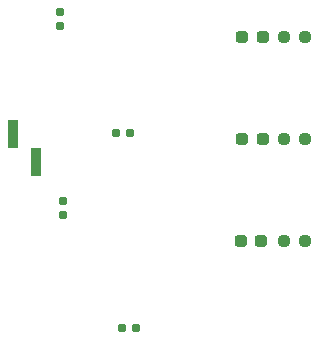
<source format=gbr>
%TF.GenerationSoftware,KiCad,Pcbnew,(6.0.1)*%
%TF.CreationDate,2022-06-16T19:17:59+05:45*%
%TF.ProjectId,Traffic Lights_555 timer,54726166-6669-4632-904c-69676874735f,rev?*%
%TF.SameCoordinates,Original*%
%TF.FileFunction,Paste,Top*%
%TF.FilePolarity,Positive*%
%FSLAX46Y46*%
G04 Gerber Fmt 4.6, Leading zero omitted, Abs format (unit mm)*
G04 Created by KiCad (PCBNEW (6.0.1)) date 2022-06-16 19:17:59*
%MOMM*%
%LPD*%
G01*
G04 APERTURE LIST*
G04 Aperture macros list*
%AMRoundRect*
0 Rectangle with rounded corners*
0 $1 Rounding radius*
0 $2 $3 $4 $5 $6 $7 $8 $9 X,Y pos of 4 corners*
0 Add a 4 corners polygon primitive as box body*
4,1,4,$2,$3,$4,$5,$6,$7,$8,$9,$2,$3,0*
0 Add four circle primitives for the rounded corners*
1,1,$1+$1,$2,$3*
1,1,$1+$1,$4,$5*
1,1,$1+$1,$6,$7*
1,1,$1+$1,$8,$9*
0 Add four rect primitives between the rounded corners*
20,1,$1+$1,$2,$3,$4,$5,0*
20,1,$1+$1,$4,$5,$6,$7,0*
20,1,$1+$1,$6,$7,$8,$9,0*
20,1,$1+$1,$8,$9,$2,$3,0*%
G04 Aperture macros list end*
%ADD10R,0.850000X2.350000*%
%ADD11RoundRect,0.237500X-0.250000X-0.237500X0.250000X-0.237500X0.250000X0.237500X-0.250000X0.237500X0*%
%ADD12RoundRect,0.160000X0.197500X0.160000X-0.197500X0.160000X-0.197500X-0.160000X0.197500X-0.160000X0*%
%ADD13RoundRect,0.237500X0.287500X0.237500X-0.287500X0.237500X-0.287500X-0.237500X0.287500X-0.237500X0*%
%ADD14RoundRect,0.237500X-0.287500X-0.237500X0.287500X-0.237500X0.287500X0.237500X-0.287500X0.237500X0*%
%ADD15RoundRect,0.155000X-0.155000X0.212500X-0.155000X-0.212500X0.155000X-0.212500X0.155000X0.212500X0*%
%ADD16RoundRect,0.155000X0.155000X-0.212500X0.155000X0.212500X-0.155000X0.212500X-0.155000X-0.212500X0*%
G04 APERTURE END LIST*
D10*
%TO.C,J1*%
X19828000Y-33623000D03*
X21828000Y-35973000D03*
%TD*%
D11*
%TO.C,R5*%
X42775500Y-42672000D03*
X44600500Y-42672000D03*
%TD*%
%TO.C,R4*%
X44600500Y-34036000D03*
X42775500Y-34036000D03*
%TD*%
%TO.C,R3*%
X42775500Y-25400000D03*
X44600500Y-25400000D03*
%TD*%
D12*
%TO.C,R2*%
X30315500Y-50038000D03*
X29120500Y-50038000D03*
%TD*%
%TO.C,R1*%
X29807500Y-33528000D03*
X28612500Y-33528000D03*
%TD*%
D13*
%TO.C,D3*%
X40894000Y-42672000D03*
X39144000Y-42672000D03*
%TD*%
D14*
%TO.C,D2*%
X41007000Y-34036000D03*
X39257000Y-34036000D03*
%TD*%
%TO.C,D1*%
X39257000Y-25400000D03*
X41007000Y-25400000D03*
%TD*%
D15*
%TO.C,C2*%
X24130000Y-39310500D03*
X24130000Y-40445500D03*
%TD*%
D16*
%TO.C,C1*%
X23876000Y-24443500D03*
X23876000Y-23308500D03*
%TD*%
M02*

</source>
